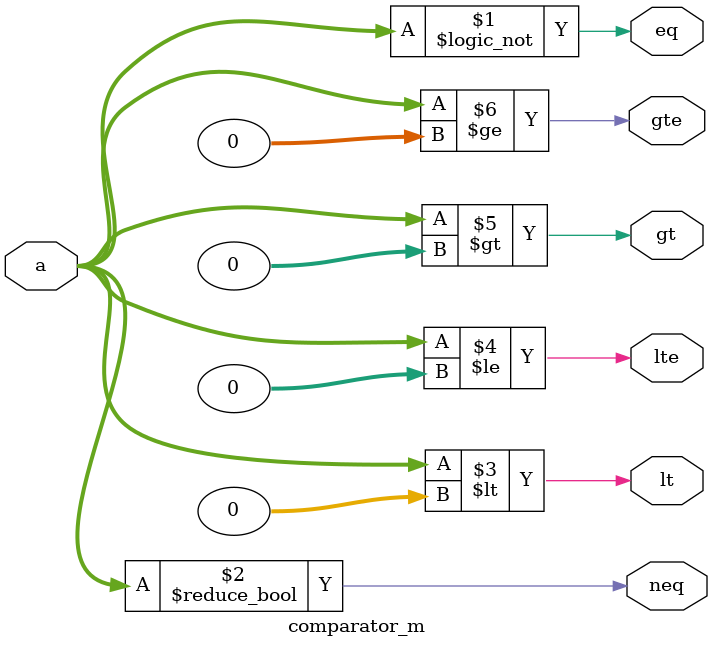
<source format=sv>
module comparator_m #(parameter N = 8, M = 0)
                   (input  logic [N-1:0] a,
                    output logic eq, neq, lt, lte, gt, gte);
                    
    assign eq  = (a == M);
    assign neq = (a != M);
    assign lt  = (a < M);
    assign lte = (a <= M);
    assign gt  = (a > M);
    assign gte = (a >= M);
endmodule
</source>
